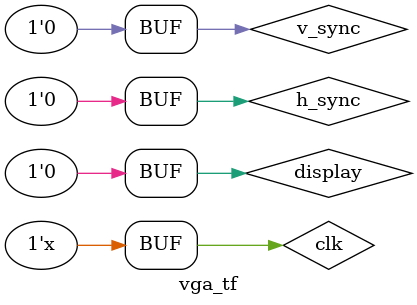
<source format=v>
`timescale 1ns / 1ps

module vga_tf;

reg clk = 0;
wire [9:0] x;
wire [8:0] y;
wire h_sync = 0;
wire v_sync = 0;
wire display = 0;

vga VGA( 
    .px_clk (clk),  
    .h_sync (h_sync),
    .v_sync (v_sync), 
    .x (x), 
    .y (y), 
    .display (display)
  );
  
 always #5 clk = ~clk;

endmodule

</source>
